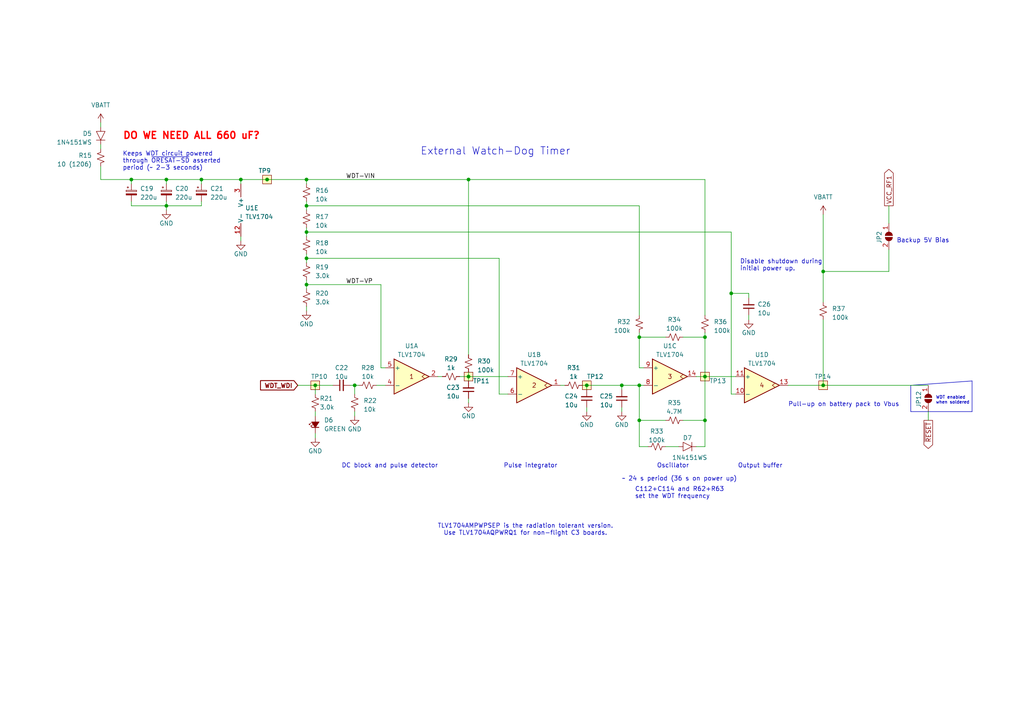
<source format=kicad_sch>
(kicad_sch (version 20231120) (generator "eeschema") (generator_version "8.0")
  (paper "A4")
  (lib_symbols
    (symbol "Device:C_Polarized_Small" (pin_numbers hide) (pin_names (offset 0.254) hide)
      (property "Reference" "C" (at 0.254 1.778 0))
      (property "Value" "C_Polarized_Small" (at 0.254 -2.032 0))
      (symbol "C_Polarized_Small_0_1"
        (rectangle (start -1.524 -0.3048) (end 1.524 -0.6858) (fill (type outline)))
        (rectangle (start -1.524 0.6858) (end 1.524 0.3048))
        (polyline (pts (xy -1.27 1.524) (xy -0.762 1.524)))
        (polyline (pts (xy -1.016 1.27) (xy -1.016 1.778)))
      )
      (symbol "C_Polarized_Small_1_1"
        (pin passive line (at 0 2.54 270) (length 1.8542) (name "~") (number "1"))
        (pin passive line (at 0 -2.54 90) (length 1.8542) (name "~") (number "2"))
      )
    )
    (symbol "Device:C_Small" (pin_numbers hide) (pin_names (offset 0.254) hide)
      (property "Reference" "C" (at 0.254 1.778 0))
      (property "Value" "C_Small" (at 0.254 -2.032 0))
      (symbol "C_Small_0_1"
        (polyline (pts (xy -1.524 -0.508) (xy 1.524 -0.508)) (stroke (width 0.3302)))
        (polyline (pts (xy -1.524 0.508) (xy 1.524 0.508)) (stroke (width 0.3048)))
      )
      (symbol "C_Small_1_1"
        (pin passive line (at 0 2.54 270) (length 2.032) (name "~") (number "1"))
        (pin passive line (at 0 -2.54 90) (length 2.032) (name "~") (number "2"))
      )
    )
    (symbol "Device:LED_Small_Filled" (pin_numbers hide) (pin_names (offset 0.254) hide)
      (property "Reference" "D" (at -1.27 3.175 0))
      (property "Value" "LED_Small_Filled" (at -4.445 -2.54 0))
      (symbol "LED_Small_Filled_0_1"
        (polyline (pts (xy -0.762 -1.016) (xy -0.762 1.016)) (stroke (width 0.254)))
        (polyline (pts (xy 1.016 0) (xy -0.762 0)))
        (polyline (pts (xy 0.762 -1.016) (xy -0.762 0) (xy 0.762 1.016) (xy 0.762 -1.016)) (stroke (width 0.254)) (fill (type outline)))
        (polyline (pts (xy 0 0.762) (xy -0.508 1.27) (xy -0.254 1.27) (xy -0.508 1.27) (xy -0.508 1.016)))
        (polyline (pts (xy 0.508 1.27) (xy 0 1.778) (xy 0.254 1.778) (xy 0 1.778) (xy 0 1.524)))
      )
      (symbol "LED_Small_Filled_1_1"
        (pin passive line (at -2.54 0 0) (length 1.778) (name "K") (number "1"))
        (pin passive line (at 2.54 0 180) (length 1.778) (name "A") (number "2"))
      )
    )
    (symbol "Device:R_Small_US" (pin_numbers hide) (pin_names (offset 0.254) hide)
      (property "Reference" "R" (at 0.762 0.508 0))
      (property "Value" "R_Small_US" (at 0.762 -1.016 0))
      (symbol "R_Small_US_1_1"
        (polyline (pts (xy 0 0) (xy 1.016 -0.381) (xy 0 -0.762) (xy -1.016 -1.143) (xy 0 -1.524)))
        (polyline (pts (xy 0 1.524) (xy 1.016 1.143) (xy 0 0.762) (xy -1.016 0.381) (xy 0 0)))
        (pin passive line (at 0 2.54 270) (length 1.016) (name "~") (number "1"))
        (pin passive line (at 0 -2.54 90) (length 1.016) (name "~") (number "2"))
      )
    )
    (symbol "Jumper:SolderJumper_2_Open" (pin_names (offset 0) hide)
      (property "Reference" "JP" (at 0 2.032 0))
      (property "Value" "SolderJumper_2_Open" (at 0 -2.54 0))
      (symbol "SolderJumper_2_Open_0_1"
        (arc (start -0.254 1.016) (mid -1.2656 0) (end -0.254 -1.016))
        (arc (start -0.254 1.016) (mid -1.2656 0) (end -0.254 -1.016) (fill (type outline)))
        (polyline (pts (xy -0.254 1.016) (xy -0.254 -1.016)))
        (polyline (pts (xy 0.254 1.016) (xy 0.254 -1.016)))
        (arc (start 0.254 -1.016) (mid 1.2656 0) (end 0.254 1.016))
        (arc (start 0.254 -1.016) (mid 1.2656 0) (end 0.254 1.016) (fill (type outline)))
      )
      (symbol "SolderJumper_2_Open_1_1"
        (pin passive line (at -3.81 0 0) (length 2.54) (name "A") (number "1"))
        (pin passive line (at 3.81 0 180) (length 2.54) (name "B") (number "2"))
      )
    )
    (symbol "TLV1704AIPWR_1" (pin_names (offset 0.127))
      (property "Reference" "U" (at 0 5.08 0))
      (property "Value" "TLV1704AIPWR" (at 0 -5.08 0))
      (symbol "TLV1704AIPWR_1_1_1"
        (polyline (pts (xy 3.048 0) (xy 3.81 -0.635)))
        (polyline (pts (xy 3.81 0.635) (xy 3.048 0)))
        (polyline (pts (xy -5.08 5.08) (xy 5.08 0) (xy -5.08 -5.08) (xy -5.08 5.08)) (stroke (width 0.254)) (fill (type background)))
        (text "1" (at 0 0 0) (effects (font (size 1.27 1.27))))
        (pin open_collector line (at 7.62 0 180) (length 2.54) (name "~") (number "2"))
        (pin input line (at -7.62 -2.54 0) (length 2.54) (name "-") (number "4"))
        (pin input line (at -7.62 2.54 0) (length 2.54) (name "+") (number "5"))
      )
      (symbol "TLV1704AIPWR_1_2_1"
        (polyline (pts (xy 3.048 0) (xy 3.81 -0.635)))
        (polyline (pts (xy 3.81 0.635) (xy 3.048 0)))
        (polyline (pts (xy -5.08 5.08) (xy 5.08 0) (xy -5.08 -5.08) (xy -5.08 5.08)) (stroke (width 0.254)) (fill (type background)))
        (text "2" (at 0 0 0) (effects (font (size 1.27 1.27))))
        (pin open_collector line (at 7.62 0 180) (length 2.54) (name "~") (number "1"))
        (pin input line (at -7.62 -2.54 0) (length 2.54) (name "-") (number "6"))
        (pin input line (at -7.62 2.54 0) (length 2.54) (name "+") (number "7"))
      )
      (symbol "TLV1704AIPWR_1_3_1"
        (polyline (pts (xy 3.048 0) (xy 3.81 -0.635)))
        (polyline (pts (xy 3.81 0.635) (xy 3.048 0)))
        (polyline (pts (xy -5.08 5.08) (xy 5.08 0) (xy -5.08 -5.08) (xy -5.08 5.08)) (stroke (width 0.254)) (fill (type background)))
        (text "3" (at 0 0 0) (effects (font (size 1.27 1.27))))
        (pin open_collector line (at 7.62 0 180) (length 2.54) (name "~") (number "14"))
        (pin input line (at -7.62 -2.54 0) (length 2.54) (name "-") (number "8"))
        (pin input line (at -7.62 2.54 0) (length 2.54) (name "+") (number "9"))
      )
      (symbol "TLV1704AIPWR_1_4_1"
        (polyline (pts (xy 3.048 0) (xy 3.81 -0.635)))
        (polyline (pts (xy 3.81 0.635) (xy 3.048 0)))
        (polyline (pts (xy -5.08 5.08) (xy 5.08 0) (xy -5.08 -5.08) (xy -5.08 5.08)) (stroke (width 0.254)) (fill (type background)))
        (text "4" (at 0 0 0) (effects (font (size 1.27 1.27))))
        (pin input line (at -7.62 -2.54 0) (length 2.54) (name "-") (number "10"))
        (pin input line (at -7.62 2.54 0) (length 2.54) (name "+") (number "11"))
        (pin open_collector line (at 7.62 0 180) (length 2.54) (name "~") (number "13"))
      )
      (symbol "TLV1704AIPWR_1_5_1"
        (pin power_in line (at -2.54 -7.62 90) (length 3.81) (name "V-") (number "12"))
        (pin power_in line (at -2.54 7.62 270) (length 3.81) (name "V+") (number "3"))
      )
    )
    (symbol "TLV1704AIPWR_2" (pin_names (offset 0.127))
      (property "Reference" "U" (at 0 5.08 0))
      (property "Value" "TLV1704AIPWR" (at 0 -5.08 0))
      (symbol "TLV1704AIPWR_2_1_1"
        (polyline (pts (xy 3.048 0) (xy 3.81 -0.635)))
        (polyline (pts (xy 3.81 0.635) (xy 3.048 0)))
        (polyline (pts (xy -5.08 5.08) (xy 5.08 0) (xy -5.08 -5.08) (xy -5.08 5.08)) (stroke (width 0.254)) (fill (type background)))
        (text "1" (at 0 0 0) (effects (font (size 1.27 1.27))))
        (pin open_collector line (at 7.62 0 180) (length 2.54) (name "~") (number "2"))
        (pin input line (at -7.62 -2.54 0) (length 2.54) (name "-") (number "4"))
        (pin input line (at -7.62 2.54 0) (length 2.54) (name "+") (number "5"))
      )
      (symbol "TLV1704AIPWR_2_2_1"
        (polyline (pts (xy 3.048 0) (xy 3.81 -0.635)))
        (polyline (pts (xy 3.81 0.635) (xy 3.048 0)))
        (polyline (pts (xy -5.08 5.08) (xy 5.08 0) (xy -5.08 -5.08) (xy -5.08 5.08)) (stroke (width 0.254)) (fill (type background)))
        (text "2" (at 0 0 0) (effects (font (size 1.27 1.27))))
        (pin open_collector line (at 7.62 0 180) (length 2.54) (name "~") (number "1"))
        (pin input line (at -7.62 -2.54 0) (length 2.54) (name "-") (number "6"))
        (pin input line (at -7.62 2.54 0) (length 2.54) (name "+") (number "7"))
      )
      (symbol "TLV1704AIPWR_2_3_1"
        (polyline (pts (xy 3.048 0) (xy 3.81 -0.635)))
        (polyline (pts (xy 3.81 0.635) (xy 3.048 0)))
        (polyline (pts (xy -5.08 5.08) (xy 5.08 0) (xy -5.08 -5.08) (xy -5.08 5.08)) (stroke (width 0.254)) (fill (type background)))
        (text "3" (at 0 0 0) (effects (font (size 1.27 1.27))))
        (pin open_collector line (at 7.62 0 180) (length 2.54) (name "~") (number "14"))
        (pin input line (at -7.62 -2.54 0) (length 2.54) (name "-") (number "8"))
        (pin input line (at -7.62 2.54 0) (length 2.54) (name "+") (number "9"))
      )
      (symbol "TLV1704AIPWR_2_4_1"
        (polyline (pts (xy 3.048 0) (xy 3.81 -0.635)))
        (polyline (pts (xy 3.81 0.635) (xy 3.048 0)))
        (polyline (pts (xy -5.08 5.08) (xy 5.08 0) (xy -5.08 -5.08) (xy -5.08 5.08)) (stroke (width 0.254)) (fill (type background)))
        (text "4" (at 0 0 0) (effects (font (size 1.27 1.27))))
        (pin input line (at -7.62 -2.54 0) (length 2.54) (name "-") (number "10"))
        (pin input line (at -7.62 2.54 0) (length 2.54) (name "+") (number "11"))
        (pin open_collector line (at 7.62 0 180) (length 2.54) (name "~") (number "13"))
      )
      (symbol "TLV1704AIPWR_2_5_1"
        (pin power_in line (at -2.54 -7.62 90) (length 3.81) (name "V-") (number "12"))
        (pin power_in line (at -2.54 7.62 270) (length 3.81) (name "V+") (number "3"))
      )
    )
    (symbol "TLV1704AIPWR_3" (pin_names (offset 0.127))
      (property "Reference" "U" (at 0 5.08 0))
      (property "Value" "TLV1704AIPWR" (at 0 -5.08 0))
      (symbol "TLV1704AIPWR_3_1_1"
        (polyline (pts (xy 3.048 0) (xy 3.81 -0.635)))
        (polyline (pts (xy 3.81 0.635) (xy 3.048 0)))
        (polyline (pts (xy -5.08 5.08) (xy 5.08 0) (xy -5.08 -5.08) (xy -5.08 5.08)) (stroke (width 0.254)) (fill (type background)))
        (text "1" (at 0 0 0) (effects (font (size 1.27 1.27))))
        (pin open_collector line (at 7.62 0 180) (length 2.54) (name "~") (number "2"))
        (pin input line (at -7.62 -2.54 0) (length 2.54) (name "-") (number "4"))
        (pin input line (at -7.62 2.54 0) (length 2.54) (name "+") (number "5"))
      )
      (symbol "TLV1704AIPWR_3_2_1"
        (polyline (pts (xy 3.048 0) (xy 3.81 -0.635)))
        (polyline (pts (xy 3.81 0.635) (xy 3.048 0)))
        (polyline (pts (xy -5.08 5.08) (xy 5.08 0) (xy -5.08 -5.08) (xy -5.08 5.08)) (stroke (width 0.254)) (fill (type background)))
        (text "2" (at 0 0 0) (effects (font (size 1.27 1.27))))
        (pin open_collector line (at 7.62 0 180) (length 2.54) (name "~") (number "1"))
        (pin input line (at -7.62 -2.54 0) (length 2.54) (name "-") (number "6"))
        (pin input line (at -7.62 2.54 0) (length 2.54) (name "+") (number "7"))
      )
      (symbol "TLV1704AIPWR_3_3_1"
        (polyline (pts (xy 3.048 0) (xy 3.81 -0.635)))
        (polyline (pts (xy 3.81 0.635) (xy 3.048 0)))
        (polyline (pts (xy -5.08 5.08) (xy 5.08 0) (xy -5.08 -5.08) (xy -5.08 5.08)) (stroke (width 0.254)) (fill (type background)))
        (text "3" (at 0 0 0) (effects (font (size 1.27 1.27))))
        (pin open_collector line (at 7.62 0 180) (length 2.54) (name "~") (number "14"))
        (pin input line (at -7.62 -2.54 0) (length 2.54) (name "-") (number "8"))
        (pin input line (at -7.62 2.54 0) (length 2.54) (name "+") (number "9"))
      )
      (symbol "TLV1704AIPWR_3_4_1"
        (polyline (pts (xy 3.048 0) (xy 3.81 -0.635)))
        (polyline (pts (xy 3.81 0.635) (xy 3.048 0)))
        (polyline (pts (xy -5.08 5.08) (xy 5.08 0) (xy -5.08 -5.08) (xy -5.08 5.08)) (stroke (width 0.254)) (fill (type background)))
        (text "4" (at 0 0 0) (effects (font (size 1.27 1.27))))
        (pin input line (at -7.62 -2.54 0) (length 2.54) (name "-") (number "10"))
        (pin input line (at -7.62 2.54 0) (length 2.54) (name "+") (number "11"))
        (pin open_collector line (at 7.62 0 180) (length 2.54) (name "~") (number "13"))
      )
      (symbol "TLV1704AIPWR_3_5_1"
        (pin power_in line (at -2.54 -7.62 90) (length 3.81) (name "V-") (number "12"))
        (pin power_in line (at -2.54 7.62 270) (length 3.81) (name "V+") (number "3"))
      )
    )
    (symbol "TLV1704AIPWR_4" (pin_names (offset 0.127))
      (property "Reference" "U" (at 0 5.08 0))
      (property "Value" "TLV1704AIPWR" (at 0 -5.08 0))
      (symbol "TLV1704AIPWR_4_1_1"
        (polyline (pts (xy 3.048 0) (xy 3.81 -0.635)))
        (polyline (pts (xy 3.81 0.635) (xy 3.048 0)))
        (polyline (pts (xy -5.08 5.08) (xy 5.08 0) (xy -5.08 -5.08) (xy -5.08 5.08)) (stroke (width 0.254)) (fill (type background)))
        (text "1" (at 0 0 0) (effects (font (size 1.27 1.27))))
        (pin open_collector line (at 7.62 0 180) (length 2.54) (name "~") (number "2"))
        (pin input line (at -7.62 -2.54 0) (length 2.54) (name "-") (number "4"))
        (pin input line (at -7.62 2.54 0) (length 2.54) (name "+") (number "5"))
      )
      (symbol "TLV1704AIPWR_4_2_1"
        (polyline (pts (xy 3.048 0) (xy 3.81 -0.635)))
        (polyline (pts (xy 3.81 0.635) (xy 3.048 0)))
        (polyline (pts (xy -5.08 5.08) (xy 5.08 0) (xy -5.08 -5.08) (xy -5.08 5.08)) (stroke (width 0.254)) (fill (type background)))
        (text "2" (at 0 0 0) (effects (font (size 1.27 1.27))))
        (pin open_collector line (at 7.62 0 180) (length 2.54) (name "~") (number "1"))
        (pin input line (at -7.62 -2.54 0) (length 2.54) (name "-") (number "6"))
        (pin input line (at -7.62 2.54 0) (length 2.54) (name "+") (number "7"))
      )
      (symbol "TLV1704AIPWR_4_3_1"
        (polyline (pts (xy 3.048 0) (xy 3.81 -0.635)))
        (polyline (pts (xy 3.81 0.635) (xy 3.048 0)))
        (polyline (pts (xy -5.08 5.08) (xy 5.08 0) (xy -5.08 -5.08) (xy -5.08 5.08)) (stroke (width 0.254)) (fill (type background)))
        (text "3" (at 0 0 0) (effects (font (size 1.27 1.27))))
        (pin open_collector line (at 7.62 0 180) (length 2.54) (name "~") (number "14"))
        (pin input line (at -7.62 -2.54 0) (length 2.54) (name "-") (number "8"))
        (pin input line (at -7.62 2.54 0) (length 2.54) (name "+") (number "9"))
      )
      (symbol "TLV1704AIPWR_4_4_1"
        (polyline (pts (xy 3.048 0) (xy 3.81 -0.635)))
        (polyline (pts (xy 3.81 0.635) (xy 3.048 0)))
        (polyline (pts (xy -5.08 5.08) (xy 5.08 0) (xy -5.08 -5.08) (xy -5.08 5.08)) (stroke (width 0.254)) (fill (type background)))
        (text "4" (at 0 0 0) (effects (font (size 1.27 1.27))))
        (pin input line (at -7.62 -2.54 0) (length 2.54) (name "-") (number "10"))
        (pin input line (at -7.62 2.54 0) (length 2.54) (name "+") (number "11"))
        (pin open_collector line (at 7.62 0 180) (length 2.54) (name "~") (number "13"))
      )
      (symbol "TLV1704AIPWR_4_5_1"
        (pin power_in line (at -2.54 -7.62 90) (length 3.81) (name "V-") (number "12"))
        (pin power_in line (at -2.54 7.62 270) (length 3.81) (name "V+") (number "3"))
      )
    )
    (symbol "oresat-diodes:1N4151WS-HE3" (pin_numbers hide) (pin_names (offset 0) hide)
      (property "Reference" "D" (at 0 2.54 0))
      (property "Value" "1N4151WS" (at 0 -2.54 0))
      (symbol "1N4151WS-HE3_0_1"
        (polyline (pts (xy 1.27 0) (xy 1.27 1.27) (xy 1.27 -1.27) (xy 1.27 0) (xy -1.27 1.27) (xy -1.27 -1.27) (xy 1.27 0)))
      )
      (symbol "1N4151WS-HE3_1_1"
        (pin passive line (at 2.54 0 180) (length 1.27) (name "1") (number "1"))
        (pin passive line (at -2.54 0 0) (length 1.27) (name "2") (number "2"))
      )
    )
    (symbol "oresat-ics:TLV1704AIPWR" (pin_names (offset 0.127))
      (property "Reference" "U" (at 0 5.08 0))
      (property "Value" "TLV1704AIPWR" (at 0 -5.08 0))
      (symbol "TLV1704AIPWR_1_1"
        (polyline (pts (xy 3.048 0) (xy 3.81 -0.635)))
        (polyline (pts (xy 3.81 0.635) (xy 3.048 0)))
        (polyline (pts (xy -5.08 5.08) (xy 5.08 0) (xy -5.08 -5.08) (xy -5.08 5.08)) (stroke (width 0.254)) (fill (type background)))
        (text "1" (at 0 0 0) (effects (font (size 1.27 1.27))))
        (pin open_collector line (at 7.62 0 180) (length 2.54) (name "~") (number "2"))
        (pin input line (at -7.62 -2.54 0) (length 2.54) (name "-") (number "4"))
        (pin input line (at -7.62 2.54 0) (length 2.54) (name "+") (number "5"))
      )
      (symbol "TLV1704AIPWR_2_1"
        (polyline (pts (xy 3.048 0) (xy 3.81 -0.635)))
        (polyline (pts (xy 3.81 0.635) (xy 3.048 0)))
        (polyline (pts (xy -5.08 5.08) (xy 5.08 0) (xy -5.08 -5.08) (xy -5.08 5.08)) (stroke (width 0.254)) (fill (type background)))
        (text "2" (at 0 0 0) (effects (font (size 1.27 1.27))))
        (pin open_collector line (at 7.62 0 180) (length 2.54) (name "~") (number "1"))
        (pin input line (at -7.62 -2.54 0) (length 2.54) (name "-") (number "6"))
        (pin input line (at -7.62 2.54 0) (length 2.54) (name "+") (number "7"))
      )
      (symbol "TLV1704AIPWR_3_1"
        (polyline (pts (xy 3.048 0) (xy 3.81 -0.635)))
        (polyline (pts (xy 3.81 0.635) (xy 3.048 0)))
        (polyline (pts (xy -5.08 5.08) (xy 5.08 0) (xy -5.08 -5.08) (xy -5.08 5.08)) (stroke (width 0.254)) (fill (type background)))
        (text "3" (at 0 0 0) (effects (font (size 1.27 1.27))))
        (pin open_collector line (at 7.62 0 180) (length 2.54) (name "~") (number "14"))
        (pin input line (at -7.62 -2.54 0) (length 2.54) (name "-") (number "8"))
        (pin input line (at -7.62 2.54 0) (length 2.54) (name "+") (number "9"))
      )
      (symbol "TLV1704AIPWR_4_1"
        (polyline (pts (xy 3.048 0) (xy 3.81 -0.635)))
        (polyline (pts (xy 3.81 0.635) (xy 3.048 0)))
        (polyline (pts (xy -5.08 5.08) (xy 5.08 0) (xy -5.08 -5.08) (xy -5.08 5.08)) (stroke (width 0.254)) (fill (type background)))
        (text "4" (at 0 0 0) (effects (font (size 1.27 1.27))))
        (pin input line (at -7.62 -2.54 0) (length 2.54) (name "-") (number "10"))
        (pin input line (at -7.62 2.54 0) (length 2.54) (name "+") (number "11"))
        (pin open_collector line (at 7.62 0 180) (length 2.54) (name "~") (number "13"))
      )
      (symbol "TLV1704AIPWR_5_1"
        (pin power_in line (at -2.54 -7.62 90) (length 3.81) (name "V-") (number "12"))
        (pin power_in line (at -2.54 7.62 270) (length 3.81) (name "V+") (number "3"))
      )
    )
    (symbol "oresat-misc:Test-Point-0.75mm-th" (exclude_from_sim yes) (in_bom no)
      (property "Reference" "TP" (at 0 2.54 0))
      (symbol "Test-Point-0.75mm-th_1_0"
        (pin passive line (at 0 0 0) (length 0) (name "1") (number "1"))
      )
      (symbol "Test-Point-0.75mm-th_1_1"
        (rectangle (start -1.27 1.27) (end 1.27 -1.27) (fill (type background)))
      )
    )
    (symbol "power:GND" (power) (pin_names (offset 0))
      (property "Value" "GND" (at 0 -3.81 0))
      (symbol "GND_0_1"
        (polyline (pts (xy 0 0) (xy 0 -1.27) (xy 1.27 -1.27) (xy 0 -2.54) (xy -1.27 -1.27) (xy 0 -1.27)))
      )
      (symbol "GND_1_1"
        (pin power_in line (at 0 0 270) (length 0) hide (name "GND") (number "1"))
      )
    )
    (symbol "power:VBUS" (power) (pin_numbers hide) (pin_names (offset 0) hide)
      (property "Value" "VBUS" (at 0 3.556 0))
      (symbol "VBUS_0_1"
        (polyline (pts (xy -0.762 1.27) (xy 0 2.54)))
        (polyline (pts (xy 0 0) (xy 0 2.54)))
        (polyline (pts (xy 0 2.54) (xy 0.762 1.27)))
      )
      (symbol "VBUS_1_1"
        (pin power_in line (at 0 0 90) (length 0) (name "~") (number "1"))
      )
    )
  )
  (junction (at 185.42 121.92))
  (junction (at 88.9 74.93))
  (junction (at 69.85 52.07))
  (junction (at 204.47 121.92))
  (junction (at 102.87 111.76))
  (junction (at 88.9 67.31))
  (junction (at 212.09 85.09))
  (junction (at 58.42 52.07))
  (junction (at 204.47 109.22))
  (junction (at 77.47 52.07))
  (junction (at 238.76 111.76))
  (junction (at 88.9 59.69))
  (junction (at 48.26 59.69))
  (junction (at 88.9 82.55))
  (junction (at 180.34 111.76))
  (junction (at 185.42 111.76))
  (junction (at 135.89 109.22))
  (junction (at 185.42 97.79))
  (junction (at 91.44 111.76))
  (junction (at 170.18 111.76))
  (junction (at 88.9 52.07))
  (junction (at 38.1 52.07))
  (junction (at 204.47 97.79))
  (junction (at 135.89 52.07))
  (junction (at 48.26 52.07))
  (junction (at 238.76 78.74))
  (wire (pts (xy 204.47 121.92) (xy 204.47 109.22)))
  (wire (pts (xy 58.42 58.42) (xy 58.42 59.69)))
  (wire (pts (xy 69.85 53.34) (xy 69.85 52.07)))
  (wire (pts (xy 109.22 111.76) (xy 111.76 111.76)))
  (wire (pts (xy 185.42 129.54) (xy 187.96 129.54)))
  (wire (pts (xy 48.26 59.69) (xy 58.42 59.69)))
  (wire (pts (xy 88.9 74.93) (xy 88.9 76.2)))
  (wire (pts (xy 193.04 121.92) (xy 185.42 121.92)))
  (wire (pts (xy 257.81 59.69) (xy 257.81 64.77)))
  (wire (pts (xy 238.76 78.74) (xy 238.76 87.63)))
  (wire (pts (xy 135.89 109.22) (xy 135.89 110.49)))
  (wire (pts (xy 91.44 119.38) (xy 91.44 120.65)))
  (wire (pts (xy 201.93 109.22) (xy 204.47 109.22)))
  (wire (pts (xy 88.9 74.93) (xy 144.78 74.93)))
  (wire (pts (xy 135.89 116.84) (xy 135.89 115.57)))
  (wire (pts (xy 185.42 91.44) (xy 185.42 59.69)))
  (wire (pts (xy 170.18 119.38) (xy 170.18 118.11)))
  (wire (pts (xy 204.47 129.54) (xy 204.47 121.92)))
  (wire (pts (xy 110.49 82.55) (xy 110.49 106.68)))
  (wire (pts (xy 185.42 129.54) (xy 185.42 121.92)))
  (wire (pts (xy 91.44 111.76) (xy 96.52 111.76)))
  (wire (pts (xy 110.49 106.68) (xy 111.76 106.68)))
  (wire (pts (xy 170.18 111.76) (xy 170.18 113.03)))
  (wire (pts (xy 101.6 111.76) (xy 102.87 111.76)))
  (wire (pts (xy 88.9 88.9) (xy 88.9 90.17)))
  (wire (pts (xy 269.24 119.38) (xy 269.24 121.92)))
  (wire (pts (xy 238.76 62.23) (xy 238.76 78.74)))
  (wire (pts (xy 29.21 48.26) (xy 29.21 52.07)))
  (wire (pts (xy 102.87 111.76) (xy 102.87 114.3)))
  (wire (pts (xy 135.89 109.22) (xy 147.32 109.22)))
  (wire (pts (xy 144.78 114.3) (xy 147.32 114.3)))
  (wire (pts (xy 185.42 97.79) (xy 193.04 97.79)))
  (wire (pts (xy 77.47 52.07) (xy 88.9 52.07)))
  (wire (pts (xy 48.26 59.69) (xy 38.1 59.69)))
  (wire (pts (xy 238.76 92.71) (xy 238.76 111.76)))
  (wire (pts (xy 48.26 59.69) (xy 48.26 60.96)))
  (wire (pts (xy 204.47 91.44) (xy 204.47 52.07)))
  (wire (pts (xy 38.1 52.07) (xy 48.26 52.07)))
  (wire (pts (xy 127 109.22) (xy 128.27 109.22)))
  (wire (pts (xy 88.9 82.55) (xy 88.9 83.82)))
  (wire (pts (xy 58.42 52.07) (xy 69.85 52.07)))
  (wire (pts (xy 185.42 96.52) (xy 185.42 97.79)))
  (wire (pts (xy 135.89 109.22) (xy 135.89 107.95)))
  (wire (pts (xy 212.09 85.09) (xy 217.17 85.09)))
  (wire (pts (xy 86.36 111.76) (xy 91.44 111.76)))
  (wire (pts (xy 257.81 78.74) (xy 238.76 78.74)))
  (wire (pts (xy 29.21 52.07) (xy 38.1 52.07)))
  (wire (pts (xy 212.09 114.3) (xy 213.36 114.3)))
  (wire (pts (xy 144.78 74.93) (xy 144.78 114.3)))
  (polyline (pts (xy 264.16 119.38) (xy 264.16 111.76)))
  (wire (pts (xy 180.34 113.03) (xy 180.34 111.76)))
  (wire (pts (xy 135.89 52.07) (xy 135.89 102.87)))
  (polyline (pts (xy 281.94 119.38) (xy 264.16 119.38)))
  (wire (pts (xy 48.26 52.07) (xy 48.26 53.34)))
  (wire (pts (xy 162.56 111.76) (xy 163.83 111.76)))
  (wire (pts (xy 193.04 129.54) (xy 196.85 129.54)))
  (wire (pts (xy 135.89 52.07) (xy 204.47 52.07)))
  (polyline (pts (xy 281.94 110.49) (xy 281.94 119.38)))
  (wire (pts (xy 186.69 106.68) (xy 185.42 106.68)))
  (wire (pts (xy 212.09 67.31) (xy 212.09 85.09)))
  (wire (pts (xy 88.9 67.31) (xy 88.9 68.58)))
  (wire (pts (xy 38.1 52.07) (xy 38.1 53.34)))
  (wire (pts (xy 48.26 52.07) (xy 58.42 52.07)))
  (wire (pts (xy 58.42 53.34) (xy 58.42 52.07)))
  (wire (pts (xy 88.9 59.69) (xy 88.9 60.96)))
  (wire (pts (xy 170.18 111.76) (xy 180.34 111.76)))
  (wire (pts (xy 180.34 119.38) (xy 180.34 118.11)))
  (wire (pts (xy 198.12 121.92) (xy 204.47 121.92)))
  (wire (pts (xy 88.9 82.55) (xy 110.49 82.55)))
  (wire (pts (xy 29.21 35.56) (xy 29.21 36.83)))
  (wire (pts (xy 69.85 69.85) (xy 69.85 68.58)))
  (wire (pts (xy 185.42 106.68) (xy 185.42 97.79)))
  (wire (pts (xy 88.9 59.69) (xy 185.42 59.69)))
  (wire (pts (xy 88.9 73.66) (xy 88.9 74.93)))
  (wire (pts (xy 88.9 66.04) (xy 88.9 67.31)))
  (wire (pts (xy 185.42 111.76) (xy 186.69 111.76)))
  (wire (pts (xy 204.47 96.52) (xy 204.47 97.79)))
  (wire (pts (xy 198.12 97.79) (xy 204.47 97.79)))
  (wire (pts (xy 257.81 72.39) (xy 257.81 78.74)))
  (wire (pts (xy 38.1 58.42) (xy 38.1 59.69)))
  (wire (pts (xy 201.93 129.54) (xy 204.47 129.54)))
  (wire (pts (xy 91.44 114.3) (xy 91.44 111.76)))
  (wire (pts (xy 88.9 53.34) (xy 88.9 52.07)))
  (wire (pts (xy 217.17 86.36) (xy 217.17 85.09)))
  (wire (pts (xy 88.9 81.28) (xy 88.9 82.55)))
  (wire (pts (xy 212.09 85.09) (xy 212.09 114.3)))
  (wire (pts (xy 133.35 109.22) (xy 135.89 109.22)))
  (wire (pts (xy 180.34 111.76) (xy 185.42 111.76)))
  (wire (pts (xy 168.91 111.76) (xy 170.18 111.76)))
  (wire (pts (xy 88.9 58.42) (xy 88.9 59.69)))
  (wire (pts (xy 217.17 92.71) (xy 217.17 91.44)))
  (wire (pts (xy 102.87 111.76) (xy 104.14 111.76)))
  (wire (pts (xy 29.21 41.91) (xy 29.21 43.18)))
  (wire (pts (xy 238.76 111.76) (xy 269.24 111.76)))
  (wire (pts (xy 48.26 58.42) (xy 48.26 59.69)))
  (wire (pts (xy 135.89 52.07) (xy 88.9 52.07)))
  (wire (pts (xy 204.47 109.22) (xy 213.36 109.22)))
  (wire (pts (xy 204.47 97.79) (xy 204.47 109.22)))
  (wire (pts (xy 228.6 111.76) (xy 238.76 111.76)))
  (wire (pts (xy 102.87 119.38) (xy 102.87 120.65)))
  (wire (pts (xy 185.42 121.92) (xy 185.42 111.76)))
  (wire (pts (xy 69.85 52.07) (xy 77.47 52.07)))
  (wire (pts (xy 91.44 127) (xy 91.44 125.73)))
  (polyline (pts (xy 264.16 111.76) (xy 281.94 110.49)))
  (wire (pts (xy 88.9 67.31) (xy 212.09 67.31)))
  (text "Pulse integrator" (at 146.05 135.89 0) (effects (font (size 1.27 1.27)) (justify left bottom)))
  (text "~ 24 s period (36 s on power up)" (at 180.34 139.7 0) (effects (font (size 1.27 1.27)) (justify left bottom)))
  (text "DC block and pulse detector" (at 99.06 135.89 0) (effects (font (size 1.27 1.27)) (justify left bottom)))
  (text "TLV1704AMPWPSEP is the radiation tolerant version.\nUse TLV1704AQPWRQ1 for non-flight C3 boards." (at 152.4 153.67 0) (effects (font (size 1.27 1.27))))
  (text "Oscillator" (at 190.5 135.89 0) (effects (font (size 1.27 1.27)) (justify left bottom)))
  (text "Keeps WDT circuit powered\nthrough ~{ORESAT-SD} asserted\nperiod (~ 2-3 seconds)" (at 35.56 49.53 0) (effects (font (size 1.27 1.27)) (justify left bottom)))
  (text "WDT enabled\nwhen soldered" (at 271.399 117.348 0) (effects (font (size 0.889 0.889)) (justify left bottom)))
  (text "DO WE NEED ALL 660 uF?" (at 35.56 40.64 0) (effects (font (size 2 2) (thickness 0.4) (bold yes)) (justify left bottom)))
  (text "Disable shutdown during\ninitial power up." (at 214.63 78.74 0) (effects (font (size 1.27 1.27)) (justify left bottom)))
  (text "Backup 5V Bias" (at 267.716 69.85 0) (effects (font (size 1.27 1.27))))
  (text "External Watch-Dog Timer" (at 121.92 45.212 0) (effects (font (size 2.159 2.159)) (justify left bottom)))
  (text "Pull-up on battery pack to Vbus" (at 228.6 118.11 0) (effects (font (size 1.27 1.27)) (justify left bottom)))
  (text "C112+C114 and R62+R63 \nset the WDT frequency" (at 184.15 144.78 0) (effects (font (size 1.27 1.27)) (justify left bottom)))
  (text "Output buffer" (at 213.995 135.89 0) (effects (font (size 1.27 1.27)) (justify left bottom)))
  (label "WDT-VIN" (at 100.33 52.07 0))
  (label "WDT-VP" (at 100.33 82.55 0))
  (global_label "VCC_RF1" (shape output) (at 257.81 59.69 90) (property "Intersheetrefs" "${INTERSHEET_REFS}" (effects (hide yes))))
  (global_label "~{RESET}" (shape output) (at 269.24 121.92 270) (property "Intersheetrefs" "${INTERSHEET_REFS}" (effects (hide yes))))
  (global_label "WDT_WDI" (shape input) (at 86.36 111.76 180) (effects (font (thickness 0.254) (bold yes))) (property "Intersheetrefs" "${INTERSHEET_REFS}" (effects (hide yes))))
  (symbol (lib_id "oresat-diodes:1N4151WS-HE3") (at 199.39 129.54 0) (unit 1)
    (property "Reference" "D7" (at 199.39 127 0))
    (property "Value" "1N4151WS" (at 200.025 132.715 0))
    (property "Footprint" "Diode_SMD:D_SOD-323" (effects (hide yes)))
    (property "Datasheet" "https://www.vishay.com/docs/85847/1n4151ws.pdf" (effects (hide yes)))
    (property "Description" "Diode Standard 50V 150mA Surface Mount SOD-323" (effects (hide yes)))
    (property "DPN" "112-1N4151WS-E3-08CT-ND" (effects (hide yes)))
    (property "DST" "Digi-Key" (effects (hide yes)))
    (property "MFR" "Vishay" (effects (hide yes)))
    (property "MPN" "1N4151WS-E3-08" (effects (hide yes)))
  )
  (symbol (lib_id "Device:R_Small_US") (at 88.9 71.12 0) (unit 1)
    (property "Reference" "R18" (at 91.44 70.485 0) (effects (justify left)))
    (property "Value" "10k" (at 91.44 73.025 0) (effects (justify left)))
    (property "Footprint" "Resistor_SMD:R_0603_1608Metric" (effects (hide yes)))
    (property "Description" "10 kOhms ±1% 0.1W, 1/10W Chip Resistor 0603 (1608 Metric) Automotive AEC-Q200 Thick Film" (effects (hide yes)))
    (property "DPN" "RMCF0603FT10K0CT-ND" (effects (hide yes)))
    (property "DST" "Digi-Key" (effects (hide yes)))
    (property "MFR" "Stackpole Electronics Inc" (effects (hide yes)))
    (property "MPN" "RMCF0603FT10K0" (effects (hide yes)))
  )
  (symbol (lib_id "power:GND") (at 48.26 60.96 0) (unit 1)
    (property "Reference" "#PWR081" (effects (hide yes)))
    (property "Value" "GND" (at 48.26 64.77 0))
    (property "Description" "Power symbol creates a global label with name \"GND\" , ground" (effects (hide yes)))
  )
  (symbol (lib_id "oresat-misc:Test-Point-0.75mm-th") (at 77.47 52.07 0) (unit 1) (exclude_from_sim yes) (in_bom no)
    (property "Reference" "TP9" (at 74.93 49.53 0) (effects (justify left)))
    (property "Value" "TestPoint-MinTH" (effects (hide yes)))
    (property "Footprint" "oresat-misc:TestPoint-0.75mm-th" (effects (hide yes)))
    (property "Description" "0.75 mm TH test point; good for scope probes and jumpers" (effects (hide yes)))
  )
  (symbol (lib_id "oresat-misc:Test-Point-0.75mm-th") (at 91.44 111.76 0) (unit 1) (exclude_from_sim yes) (in_bom no)
    (property "Reference" "TP10" (at 90.17 109.22 0) (effects (justify left)))
    (property "Value" "TestPoint-MinTH" (effects (hide yes)))
    (property "Footprint" "oresat-misc:TestPoint-0.75mm-th" (effects (hide yes)))
    (property "Description" "0.75 mm TH test point; good for scope probes and jumpers" (effects (hide yes)))
  )
  (symbol (lib_id "power:GND") (at 135.89 116.84 0) (unit 1)
    (property "Reference" "#PWR086" (effects (hide yes)))
    (property "Value" "GND" (at 135.89 120.65 0))
    (property "Description" "Power symbol creates a global label with name \"GND\" , ground" (effects (hide yes)))
  )
  (symbol (lib_id "Device:C_Polarized_Small") (at 58.42 55.88 0) (unit 1)
    (property "Reference" "C21" (at 60.96 54.6989 0) (effects (justify left)))
    (property "Value" "220u" (at 60.96 57.2389 0) (effects (justify left)))
    (property "Footprint" "Capacitor_Tantalum_SMD:CP_EIA-7361-38_AVX-V" (effects (hide yes)))
    (property "Description" "220µF Molded Tantalum Capacitors 16V 2917 (7343 Metric) 100mOhm @ 100kHz" (effects (hide yes)))
    (property "DPN" "478-12518-2-ND" (effects (hide yes)))
    (property "DST" "Digi-Key" (effects (hide yes)))
    (property "MFR" "Kyocera AVX" (effects (hide yes)))
    (property "MPN" "TCN4227M025R0100" (effects (hide yes)))
  )
  (symbol (lib_id "oresat-misc:Test-Point-0.75mm-th") (at 204.47 109.22 0) (unit 1) (exclude_from_sim yes) (in_bom no)
    (property "Reference" "TP13" (at 205.74 110.49 0) (effects (justify left)))
    (property "Value" "TestPoint-MinTH" (effects (hide yes)))
    (property "Footprint" "oresat-misc:TestPoint-0.75mm-th" (effects (hide yes)))
    (property "Description" "0.75 mm TH test point; good for scope probes and jumpers" (effects (hide yes)))
  )
  (symbol (lib_id "Device:R_Small_US") (at 135.89 105.41 0) (unit 1)
    (property "Reference" "R30" (at 138.43 104.775 0) (effects (justify left)))
    (property "Value" "100k" (at 138.43 107.315 0) (effects (justify left)))
    (property "Footprint" "Resistor_SMD:R_0603_1608Metric" (effects (hide yes)))
    (property "Description" "100 kOhms ±5% 0.1W, 1/10W Chip Resistor 0603 (1608 Metric) Automotive AEC-Q200 Thick Film" (effects (hide yes)))
    (property "DPN" "RMCF0603FT100KCT-ND" (effects (hide yes)))
    (property "DST" "Digi-Key" (effects (hide yes)))
    (property "MFR" "Stackpole Electronics Inc" (effects (hide yes)))
    (property "MPN" "RMCF0603FT100K" (effects (hide yes)))
  )
  (symbol (lib_id "Device:C_Small") (at 180.34 115.57 0) (mirror x) (unit 1)
    (property "Reference" "C25" (at 177.8 114.9286 0) (effects (justify right)))
    (property "Value" "10u" (at 177.8 117.4686 0) (effects (justify right)))
    (property "Footprint" "Capacitor_SMD:C_0603_1608Metric" (effects (hide yes)))
    (property "Description" "10 µF ±10% 16V Ceramic Capacitor X5R 0603 (1608 Metric)" (effects (hide yes)))
    (property "DPN" "490-12317-1-ND" (effects (hide yes)))
    (property "DST" "Digi-Key" (effects (hide yes)))
    (property "MFR" "Murata" (effects (hide yes)))
    (property "MPN" "GRT188R61C106KE13D" (effects (hide yes)))
  )
  (symbol (lib_id "Device:C_Small") (at 170.18 115.57 0) (mirror x) (unit 1)
    (property "Reference" "C24" (at 167.64 114.9286 0) (effects (justify right)))
    (property "Value" "10u" (at 167.64 117.4686 0) (effects (justify right)))
    (property "Footprint" "Capacitor_SMD:C_0603_1608Metric" (effects (hide yes)))
    (property "Description" "10 µF ±10% 16V Ceramic Capacitor X5R 0603 (1608 Metric)" (effects (hide yes)))
    (property "DPN" "490-12317-1-ND" (effects (hide yes)))
    (property "DST" "Digi-Key" (effects (hide yes)))
    (property "MFR" "Murata" (effects (hide yes)))
    (property "MPN" "GRT188R61C106KE13D" (effects (hide yes)))
  )
  (symbol (lib_id "Jumper:SolderJumper_2_Open") (at 257.81 68.58 270) (unit 1)
    (property "Reference" "JP2" (at 255.016 68.834 0))
    (property "Value" "SolderJumper_2_Open" (effects (hide yes)))
    (property "Footprint" "Jumper:SolderJumper-2_P1.3mm_Open_RoundedPad1.0x1.5mm" (effects (hide yes)))
  )
  (symbol (lib_id "Device:R_Small_US") (at 29.21 45.72 0) (mirror y) (unit 1)
    (property "Reference" "R15" (at 26.67 45.085 0) (effects (justify left)))
    (property "Value" "10 (1206)" (at 26.67 47.625 0) (effects (justify left)))
    (property "Footprint" "Resistor_SMD:R_1206_3216Metric" (effects (hide yes)))
    (property "Description" "10 Ohms ±1% 0.5W, 1/2W Chip Resistor 1206 (3216 Metric) Automotive AEC-Q200, Pulse Withstanding Thick Film" (effects (hide yes)))
    (property "DPN" "RHM10.0AFCT-ND" (effects (hide yes)))
    (property "DST" "Digi-Key" (effects (hide yes)))
    (property "MFR" "Rohm Semiconductor" (effects (hide yes)))
    (property "MPN" "ESR18EZPF10R0" (effects (hide yes)))
  )
  (symbol (lib_id "Device:R_Small_US") (at 195.58 121.92 270) (unit 1)
    (property "Reference" "R35" (at 195.58 116.84 90))
    (property "Value" "4.7M" (at 195.58 119.38 90))
    (property "Footprint" "Resistor_SMD:R_0603_1608Metric" (effects (hide yes)))
    (property "Description" "4.7 MOhms ±1% 0.1W, 1/10W Chip Resistor 0603 (1608 Metric) Automotive AEC-Q200 Thick Film" (effects (hide yes)))
    (property "DPN" "RMCF0603FT4M70CT-ND" (effects (hide yes)))
    (property "DST" "Digi-Key" (effects (hide yes)))
    (property "MFR" "Stackpole Electronics Inc" (effects (hide yes)))
    (property "MPN" "RMCF0603FT4M70" (effects (hide yes)))
  )
  (symbol (lib_id "oresat-diodes:1N4151WS-HE3") (at 29.21 39.37 90) (mirror x) (unit 1)
    (property "Reference" "D5" (at 26.67 38.735 90) (effects (justify left)))
    (property "Value" "1N4151WS" (at 26.67 41.275 90) (effects (justify left)))
    (property "Footprint" "Diode_SMD:D_SOD-323" (effects (hide yes)))
    (property "Datasheet" "https://www.vishay.com/docs/85847/1n4151ws.pdf" (effects (hide yes)))
    (property "Description" "Diode Standard 50V 150mA Surface Mount SOD-323" (effects (hide yes)))
    (property "DPN" "112-1N4151WS-E3-08CT-ND" (effects (hide yes)))
    (property "DST" "Digi-Key" (effects (hide yes)))
    (property "MFR" "Vishay" (effects (hide yes)))
    (property "MPN" "1N4151WS-E3-08" (effects (hide yes)))
  )
  (symbol (lib_name "TLV1704AIPWR_2") (lib_id "oresat-ics:TLV1704AIPWR") (at 194.31 109.22 0) (unit 3)
    (property "Reference" "U1" (at 194.31 100.33 0))
    (property "Value" "TLV1704" (at 194.31 102.87 0))
    (property "Footprint" "Package_SO:TSSOP-14_4.4x5mm_P0.65mm" (effects (hide yes)))
    (property "Datasheet" "https://www.ti.com/lit/ds/symlink/tlv1704-sep.pdf" (effects (hide yes)))
    (property "Description" "Analog Comparators 2.2-V to 36-V, radiation tolerant microPower quad comparator in space enhanced plastic 14-TSSOP -55 to 125" (effects (hide yes)))
    (property "MFR" "Texas Instruments" (effects (hide yes)))
    (property "MPN" "TLV1704AQPWRQ1" (effects (hide yes)))
    (property "DST" "Digi-Key" (effects (hide yes)))
    (property "DPN" "296-43799-2-ND" (effects (hide yes)))
  )
  (symbol (lib_id "Device:R_Small_US") (at 185.42 93.98 0) (mirror x) (unit 1)
    (property "Reference" "R32" (at 182.88 93.345 0) (effects (justify right)))
    (property "Value" "100k" (at 182.88 95.885 0) (effects (justify right)))
    (property "Footprint" "Resistor_SMD:R_0603_1608Metric" (effects (hide yes)))
    (property "Description" "100 kOhms ±5% 0.1W, 1/10W Chip Resistor 0603 (1608 Metric) Automotive AEC-Q200 Thick Film" (effects (hide yes)))
    (property "DPN" "RMCF0603FT100KCT-ND" (effects (hide yes)))
    (property "DST" "Digi-Key" (effects (hide yes)))
    (property "MFR" "Stackpole Electronics Inc" (effects (hide yes)))
    (property "MPN" "RMCF0603FT100K" (effects (hide yes)))
  )
  (symbol (lib_id "Device:R_Small_US") (at 91.44 116.84 0) (unit 1)
    (property "Reference" "R21" (at 92.71 115.57 0) (effects (justify left)))
    (property "Value" "3.0k" (at 92.71 118.11 0) (effects (justify left)))
    (property "Footprint" "Resistor_SMD:R_0603_1608Metric" (effects (hide yes)))
    (property "Description" "3 kOhms ±1% 0.1W, 1/10W Chip Resistor 0603 (1608 Metric) Automotive AEC-Q200 Thick Film" (effects (hide yes)))
    (property "DPN" "RMCF0603FT3K00CT-ND" (effects (hide yes)))
    (property "DST" "Digi-Key" (effects (hide yes)))
    (property "MFR" "Stackpole Electronics Inc" (effects (hide yes)))
    (property "MPN" "RMCF0603FT3K00" (effects (hide yes)))
  )
  (symbol (lib_id "Device:R_Small_US") (at 195.58 97.79 90) (unit 1)
    (property "Reference" "R34" (at 195.58 92.71 90))
    (property "Value" "100k" (at 195.58 95.25 90))
    (property "Footprint" "Resistor_SMD:R_0603_1608Metric" (effects (hide yes)))
    (property "Description" "100 kOhms ±5% 0.1W, 1/10W Chip Resistor 0603 (1608 Metric) Automotive AEC-Q200 Thick Film" (effects (hide yes)))
    (property "DPN" "RMCF0603FT100KCT-ND" (effects (hide yes)))
    (property "DST" "Digi-Key" (effects (hide yes)))
    (property "MFR" "Stackpole Electronics Inc" (effects (hide yes)))
    (property "MPN" "RMCF0603FT100K" (effects (hide yes)))
  )
  (symbol (lib_id "Device:C_Polarized_Small") (at 38.1 55.88 0) (unit 1)
    (property "Reference" "C19" (at 40.64 54.6989 0) (effects (justify left)))
    (property "Value" "220u" (at 40.64 57.2389 0) (effects (justify left)))
    (property "Footprint" "Capacitor_Tantalum_SMD:CP_EIA-7361-38_AVX-V" (effects (hide yes)))
    (property "Description" "220µF Molded Tantalum Capacitors 25V 2924 (7361 Metric) 100mOhm @ 100kHz" (effects (hide yes)))
    (property "DPN" "478-12518-2-ND" (effects (hide yes)))
    (property "DST" "Digi-Key" (effects (hide yes)))
    (property "MFR" "Kyocera AVX" (effects (hide yes)))
    (property "MPN" "TCN4227M025R0100" (effects (hide yes)))
  )
  (symbol (lib_id "Device:R_Small_US") (at 166.37 111.76 90) (unit 1)
    (property "Reference" "R31" (at 166.37 106.68 90))
    (property "Value" "1k" (at 166.37 109.22 90))
    (property "Footprint" "Resistor_SMD:R_0603_1608Metric" (effects (hide yes)))
    (property "Description" "1 kOhms ±1% 0.1W, 1/10W Chip Resistor 0603 (1608 Metric) Automotive AEC-Q200 Thick Film" (effects (hide yes)))
    (property "DPN" "RMCF0603FT1K00CT-ND" (effects (hide yes)))
    (property "DST" "Digi-Key" (effects (hide yes)))
    (property "MFR" "Stackpole Electronics Inc" (effects (hide yes)))
    (property "MPN" "RMCF0603FT1K00" (effects (hide yes)))
  )
  (symbol (lib_name "TLV1704AIPWR_3") (lib_id "oresat-ics:TLV1704AIPWR") (at 220.98 111.76 0) (unit 4)
    (property "Reference" "U1" (at 220.98 102.87 0))
    (property "Value" "TLV1704" (at 220.98 105.41 0))
    (property "Footprint" "Package_SO:TSSOP-14_4.4x5mm_P0.65mm" (effects (hide yes)))
    (property "Datasheet" "https://www.ti.com/lit/ds/symlink/tlv1704-sep.pdf" (effects (hide yes)))
    (property "Description" "Analog Comparators 2.2-V to 36-V, radiation tolerant microPower quad comparator in space enhanced plastic 14-TSSOP -55 to 125" (effects (hide yes)))
    (property "MFR" "Texas Instruments" (effects (hide yes)))
    (property "MPN" "TLV1704AQPWRQ1" (effects (hide yes)))
    (property "DST" "Digi-Key" (effects (hide yes)))
    (property "DPN" "296-43799-2-ND" (effects (hide yes)))
  )
  (symbol (lib_id "power:GND") (at 69.85 69.85 0) (mirror y) (unit 1)
    (property "Reference" "#PWR082" (effects (hide yes)))
    (property "Value" "GND" (at 69.85 73.66 0))
    (property "Description" "Power symbol creates a global label with name \"GND\" , ground" (effects (hide yes)))
  )
  (symbol (lib_id "Device:R_Small_US") (at 190.5 129.54 270) (unit 1)
    (property "Reference" "R33" (at 190.5 125.095 90))
    (property "Value" "100k" (at 190.5 127.635 90))
    (property "Footprint" "Resistor_SMD:R_0603_1608Metric" (effects (hide yes)))
    (property "Description" "100 kOhms ±5% 0.1W, 1/10W Chip Resistor 0603 (1608 Metric) Automotive AEC-Q200 Thick Film" (effects (hide yes)))
    (property "DPN" "RMCF0603FT100KCT-ND" (effects (hide yes)))
    (property "DST" "Digi-Key" (effects (hide yes)))
    (property "MFR" "Stackpole Electronics Inc" (effects (hide yes)))
    (property "MPN" "RMCF0603FT100K" (effects (hide yes)))
  )
  (symbol (lib_id "oresat-misc:Test-Point-0.75mm-th") (at 238.76 111.76 0) (unit 1) (exclude_from_sim yes) (in_bom no)
    (property "Reference" "TP14" (at 236.22 109.22 0) (effects (justify left)))
    (property "Value" "TestPoint-MinTH" (effects (hide yes)))
    (property "Footprint" "oresat-misc:TestPoint-0.75mm-th" (effects (hide yes)))
    (property "Description" "0.75 mm TH test point; good for scope probes and jumpers" (effects (hide yes)))
  )
  (symbol (lib_id "Device:R_Small_US") (at 204.47 93.98 180) (unit 1)
    (property "Reference" "R36" (at 207.01 93.345 0) (effects (justify right)))
    (property "Value" "100k" (at 207.01 95.885 0) (effects (justify right)))
    (property "Footprint" "Resistor_SMD:R_0603_1608Metric" (effects (hide yes)))
    (property "Description" "100 kOhms ±5% 0.1W, 1/10W Chip Resistor 0603 (1608 Metric) Automotive AEC-Q200 Thick Film" (effects (hide yes)))
    (property "DPN" "RMCF0603FT100KCT-ND" (effects (hide yes)))
    (property "DST" "Digi-Key" (effects (hide yes)))
    (property "MFR" "Stackpole Electronics Inc" (effects (hide yes)))
    (property "MPN" "RMCF0603FT100K" (effects (hide yes)))
  )
  (symbol (lib_id "Device:C_Small") (at 135.89 113.03 0) (mirror x) (unit 1)
    (property "Reference" "C23" (at 133.35 112.3886 0) (effects (justify right)))
    (property "Value" "10u" (at 133.35 114.9286 0) (effects (justify right)))
    (property "Footprint" "Capacitor_SMD:C_0603_1608Metric" (effects (hide yes)))
    (property "Description" "10 µF ±10% 16V Ceramic Capacitor X5R 0603 (1608 Metric)" (effects (hide yes)))
    (property "DPN" "490-12317-1-ND" (effects (hide yes)))
    (property "DST" "Digi-Key" (effects (hide yes)))
    (property "MFR" "Murata" (effects (hide yes)))
    (property "MPN" "GRT188R61C106KE13D" (effects (hide yes)))
  )
  (symbol (lib_id "oresat-misc:Test-Point-0.75mm-th") (at 135.89 109.22 0) (unit 1) (exclude_from_sim yes) (in_bom no)
    (property "Reference" "TP11" (at 137.16 110.49 0) (effects (justify left)))
    (property "Value" "TestPoint-MinTH" (effects (hide yes)))
    (property "Footprint" "oresat-misc:TestPoint-0.75mm-th" (effects (hide yes)))
    (property "Description" "0.75 mm TH test point; good for scope probes and jumpers" (effects (hide yes)))
  )
  (symbol (lib_id "power:VBUS") (at 238.76 62.23 0) (unit 1)
    (property "Reference" "#PWR090" (effects (hide yes)))
    (property "Value" "VBATT" (at 238.76 57.15 0))
    (property "Description" "Power symbol creates a global label with name \"VBUS\"" (effects (hide yes)))
  )
  (symbol (lib_id "power:GND") (at 217.17 92.71 0) (mirror y) (unit 1)
    (property "Reference" "#PWR089" (effects (hide yes)))
    (property "Value" "GND" (at 217.17 96.52 0))
    (property "Description" "Power symbol creates a global label with name \"GND\" , ground" (effects (hide yes)))
  )
  (symbol (lib_id "power:VBUS") (at 29.21 35.56 0) (unit 1)
    (property "Reference" "#PWR058" (effects (hide yes)))
    (property "Value" "VBATT" (at 29.21 30.48 0))
    (property "Description" "Power symbol creates a global label with name \"VBUS\"" (effects (hide yes)))
  )
  (symbol (lib_id "Device:C_Small") (at 217.17 88.9 180) (unit 1)
    (property "Reference" "C26" (at 219.71 88.2586 0) (effects (justify right)))
    (property "Value" "10u" (at 219.71 90.7986 0) (effects (justify right)))
    (property "Footprint" "Capacitor_SMD:C_0603_1608Metric" (effects (hide yes)))
    (property "Description" "10 µF ±10% 16V Ceramic Capacitor X5R 0603 (1608 Metric)" (effects (hide yes)))
    (property "DPN" "490-12317-1-ND" (effects (hide yes)))
    (property "DST" "Digi-Key" (effects (hide yes)))
    (property "MFR" "Murata" (effects (hide yes)))
    (property "MPN" "GRT188R61C106KE13D" (effects (hide yes)))
  )
  (symbol (lib_id "oresat-misc:Test-Point-0.75mm-th") (at 170.18 111.76 0) (unit 1) (exclude_from_sim yes) (in_bom no)
    (property "Reference" "TP12" (at 170.18 109.22 0) (effects (justify left)))
    (property "Value" "TestPoint-MinTH" (effects (hide yes)))
    (property "Footprint" "oresat-misc:TestPoint-0.75mm-th" (effects (hide yes)))
    (property "Description" "0.75 mm TH test point; good for scope probes and jumpers" (effects (hide yes)))
  )
  (symbol (lib_id "Device:R_Small_US") (at 238.76 90.17 180) (unit 1)
    (property "Reference" "R37" (at 241.3 89.535 0) (effects (justify right)))
    (property "Value" "100k" (at 241.3 92.075 0) (effects (justify right)))
    (property "Footprint" "Resistor_SMD:R_0603_1608Metric" (effects (hide yes)))
    (property "Description" "100 kOhms ±5% 0.1W, 1/10W Chip Resistor 0603 (1608 Metric) Automotive AEC-Q200 Thick Film" (effects (hide yes)))
    (property "DPN" "RMCF0603FT100KCT-ND" (effects (hide yes)))
    (property "DST" "Digi-Key" (effects (hide yes)))
    (property "MFR" "Stackpole Electronics Inc" (effects (hide yes)))
    (property "MPN" "RMCF0603FT100K" (effects (hide yes)))
  )
  (symbol (lib_id "Device:C_Small") (at 99.06 111.76 90) (unit 1)
    (property "Reference" "C22" (at 99.0663 106.68 90))
    (property "Value" "10u" (at 99.0663 109.22 90))
    (property "Footprint" "Capacitor_SMD:C_0603_1608Metric" (effects (hide yes)))
    (property "Description" "10 µF ±10% 16V Ceramic Capacitor X5R 0603 (1608 Metric)" (effects (hide yes)))
    (property "DPN" "490-12317-1-ND" (effects (hide yes)))
    (property "DST" "Digi-Key" (effects (hide yes)))
    (property "MFR" "Murata" (effects (hide yes)))
    (property "MPN" "GRT188R61C106KE13D" (effects (hide yes)))
  )
  (symbol (lib_id "power:GND") (at 180.34 119.38 0) (mirror y) (unit 1)
    (property "Reference" "#PWR088" (effects (hide yes)))
    (property "Value" "GND" (at 180.34 123.19 0))
    (property "Description" "Power symbol creates a global label with name \"GND\" , ground" (effects (hide yes)))
  )
  (symbol (lib_id "power:GND") (at 88.9 90.17 0) (unit 1)
    (property "Reference" "#PWR083" (effects (hide yes)))
    (property "Value" "GND" (at 88.9 93.98 0))
    (property "Description" "Power symbol creates a global label with name \"GND\" , ground" (effects (hide yes)))
  )
  (symbol (lib_id "Device:R_Small_US") (at 88.9 78.74 0) (unit 1)
    (property "Reference" "R19" (at 91.44 77.47 0) (effects (justify left)))
    (property "Value" "3.0k" (at 91.44 80.01 0) (effects (justify left)))
    (property "Footprint" "Resistor_SMD:R_0603_1608Metric" (effects (hide yes)))
    (property "Description" "3 kOhms ±1% 0.1W, 1/10W Chip Resistor 0603 (1608 Metric) Automotive AEC-Q200 Thick Film" (effects (hide yes)))
    (property "DPN" "RMCF0603FT3K00CT-ND" (effects (hide yes)))
    (property "DST" "Digi-Key" (effects (hide yes)))
    (property "MFR" "Stackpole Electronics Inc" (effects (hide yes)))
    (property "MPN" "RMCF0603FT3K00" (effects (hide yes)))
  )
  (symbol (lib_id "Device:R_Small_US") (at 88.9 63.5 0) (unit 1)
    (property "Reference" "R17" (at 91.44 62.865 0) (effects (justify left)))
    (property "Value" "10k" (at 91.44 65.405 0) (effects (justify left)))
    (property "Footprint" "Resistor_SMD:R_0603_1608Metric" (effects (hide yes)))
    (property "Description" "10 kOhms ±1% 0.1W, 1/10W Chip Resistor 0603 (1608 Metric) Automotive AEC-Q200 Thick Film" (effects (hide yes)))
    (property "DPN" "RMCF0603FT10K0CT-ND" (effects (hide yes)))
    (property "DST" "Digi-Key" (effects (hide yes)))
    (property "MFR" "Stackpole Electronics Inc" (effects (hide yes)))
    (property "MPN" "RMCF0603FT10K0" (effects (hide yes)))
  )
  (symbol (lib_id "Device:R_Small_US") (at 102.87 116.84 0) (unit 1)
    (property "Reference" "R22" (at 105.41 116.205 0) (effects (justify left)))
    (property "Value" "10k" (at 105.41 118.745 0) (effects (justify left)))
    (property "Footprint" "Resistor_SMD:R_0603_1608Metric" (effects (hide yes)))
    (property "Description" "10 kOhms ±1% 0.1W, 1/10W Chip Resistor 0603 (1608 Metric) Automotive AEC-Q200 Thick Film" (effects (hide yes)))
    (property "DPN" "RMCF0603FT10K0CT-ND" (effects (hide yes)))
    (property "DST" "Digi-Key" (effects (hide yes)))
    (property "MFR" "Stackpole Electronics Inc" (effects (hide yes)))
    (property "MPN" "RMCF0603FT10K0" (effects (hide yes)))
  )
  (symbol (lib_id "power:GND") (at 91.44 127 0) (unit 1)
    (property "Reference" "#PWR084" (effects (hide yes)))
    (property "Value" "GND" (at 91.44 130.81 0))
    (property "Description" "Power symbol creates a global label with name \"GND\" , ground" (effects (hide yes)))
  )
  (symbol (lib_id "power:GND") (at 170.18 119.38 0) (mirror y) (unit 1)
    (property "Reference" "#PWR087" (effects (hide yes)))
    (property "Value" "GND" (at 170.18 123.19 0))
    (property "Description" "Power symbol creates a global label with name \"GND\" , ground" (effects (hide yes)))
  )
  (symbol (lib_id "power:GND") (at 102.87 120.65 0) (unit 1)
    (property "Reference" "#PWR085" (effects (hide yes)))
    (property "Value" "GND" (at 102.87 124.46 0))
    (property "Description" "Power symbol creates a global label with name \"GND\" , ground" (effects (hide yes)))
  )
  (symbol (lib_id "Jumper:SolderJumper_2_Open") (at 269.24 115.57 270) (unit 1)
    (property "Reference" "JP12" (at 266.446 115.824 0))
    (property "Value" "SolderJumper_2_Open" (effects (hide yes)))
    (property "Footprint" "Jumper:SolderJumper-2_P1.3mm_Open_RoundedPad1.0x1.5mm" (effects (hide yes)))
  )
  (symbol (lib_name "TLV1704AIPWR_4") (lib_id "oresat-ics:TLV1704AIPWR") (at 154.94 111.76 0) (unit 2)
    (property "Reference" "U1" (at 154.94 102.87 0))
    (property "Value" "TLV1704" (at 154.94 105.41 0))
    (property "Footprint" "Package_SO:TSSOP-14_4.4x5mm_P0.65mm" (effects (hide yes)))
    (property "Datasheet" "https://www.ti.com/lit/ds/symlink/tlv1704-sep.pdf" (effects (hide yes)))
    (property "Description" "Analog Comparators 2.2-V to 36-V, radiation tolerant microPower quad comparator in space enhanced plastic 14-TSSOP -55 to 125" (effects (hide yes)))
    (property "MFR" "Texas Instruments" (effects (hide yes)))
    (property "MPN" "TLV1704AQPWRQ1" (effects (hide yes)))
    (property "DST" "Digi-Key" (effects (hide yes)))
    (property "DPN" "296-43799-2-ND" (effects (hide yes)))
  )
  (symbol (lib_name "TLV1704AIPWR_1") (lib_id "oresat-ics:TLV1704AIPWR") (at 119.38 109.22 0) (unit 1)
    (property "Reference" "U1" (at 119.38 100.33 0))
    (property "Value" "TLV1704" (at 119.38 102.87 0))
    (property "Footprint" "Package_SO:TSSOP-14_4.4x5mm_P0.65mm" (effects (hide yes)))
    (property "Datasheet" "https://www.ti.com/lit/ds/symlink/tlv1704-sep.pdf" (effects (hide yes)))
    (property "Description" "Analog Comparators 2.2-V to 36-V, radiation tolerant microPower quad comparator in space enhanced plastic 14-TSSOP -55 to 125" (effects (hide yes)))
    (property "MFR" "Texas Instruments" (effects (hide yes)))
    (property "MPN" "TLV1704AQPWRQ1" (effects (hide yes)))
    (property "DST" "Digi-Key" (effects (hide yes)))
    (property "DPN" "296-43799-2-ND" (effects (hide yes)))
  )
  (symbol (lib_id "Device:LED_Small_Filled") (at 91.44 123.19 90) (unit 1)
    (property "Reference" "D6" (at 93.98 121.8565 90) (effects (justify right)))
    (property "Value" "GREEN" (at 93.98 124.3965 90) (effects (justify right)))
    (property "Footprint" "LED_SMD:LED_0603_1608Metric" (effects (hide yes)))
    (property "Description" "Green 520nm LED Indication - Discrete 3.2V 0603 (1608 Metric) - 430 mcd @ 20 mA" (effects (hide yes)))
    (property "DPN" "732-4971-1-ND" (effects (hide yes)))
    (property "DST" "Digi-Key" (effects (hide yes)))
    (property "MFR" "Wurth" (effects (hide yes)))
    (property "MPN" "150060GS75000" (effects (hide yes)))
  )
  (symbol (lib_id "Device:R_Small_US") (at 106.68 111.76 90) (unit 1)
    (property "Reference" "R28" (at 106.68 106.68 90))
    (property "Value" "10k" (at 106.68 109.22 90))
    (property "Footprint" "Resistor_SMD:R_0603_1608Metric" (effects (hide yes)))
    (property "Description" "10 kOhms ±1% 0.1W, 1/10W Chip Resistor 0603 (1608 Metric) Automotive AEC-Q200 Thick Film" (effects (hide yes)))
    (property "DPN" "RMCF0603FT10K0CT-ND" (effects (hide yes)))
    (property "DST" "Digi-Key" (effects (hide yes)))
    (property "MFR" "Stackpole Electronics Inc" (effects (hide yes)))
    (property "MPN" "RMCF0603FT10K0" (effects (hide yes)))
  )
  (symbol (lib_id "Device:C_Polarized_Small") (at 48.26 55.88 0) (unit 1)
    (property "Reference" "C20" (at 50.8 54.6989 0) (effects (justify left)))
    (property "Value" "220u" (at 50.8 57.2389 0) (effects (justify left)))
    (property "Footprint" "Capacitor_Tantalum_SMD:CP_EIA-7361-38_AVX-V" (effects (hide yes)))
    (property "Description" "220µF Molded Tantalum Capacitors 16V 2917 (7343 Metric) 100mOhm @ 100kHz" (effects (hide yes)))
    (property "DPN" "478-12518-2-ND" (effects (hide yes)))
    (property "DST" "Digi-Key" (effects (hide yes)))
    (property "MFR" "Kyocera AVX" (effects (hide yes)))
    (property "MPN" "TCN4227M025R0100" (effects (hide yes)))
  )
  (symbol (lib_id "Device:R_Small_US") (at 88.9 55.88 0) (unit 1)
    (property "Reference" "R16" (at 91.44 55.245 0) (effects (justify left)))
    (property "Value" "10k" (at 91.44 57.785 0) (effects (justify left)))
    (property "Footprint" "Resistor_SMD:R_0603_1608Metric" (effects (hide yes)))
    (property "Description" "10 kOhms ±1% 0.1W, 1/10W Chip Resistor 0603 (1608 Metric) Automotive AEC-Q200 Thick Film" (effects (hide yes)))
    (property "DPN" "RMCF0603FT10K0CT-ND" (effects (hide yes)))
    (property "DST" "Digi-Key" (effects (hide yes)))
    (property "MFR" "Stackpole Electronics Inc" (effects (hide yes)))
    (property "MPN" "RMCF0603FT10K0" (effects (hide yes)))
  )
  (symbol (lib_id "Device:R_Small_US") (at 88.9 86.36 0) (unit 1)
    (property "Reference" "R20" (at 91.44 85.09 0) (effects (justify left)))
    (property "Value" "3.0k" (at 91.44 87.63 0) (effects (justify left)))
    (property "Footprint" "Resistor_SMD:R_0603_1608Metric" (effects (hide yes)))
    (property "Description" "3 kOhms ±1% 0.1W, 1/10W Chip Resistor 0603 (1608 Metric) Automotive AEC-Q200 Thick Film" (effects (hide yes)))
    (property "DPN" "RMCF0603FT3K00CT-ND" (effects (hide yes)))
    (property "DST" "Digi-Key" (effects (hide yes)))
    (property "MFR" "Stackpole Electronics Inc" (effects (hide yes)))
    (property "MPN" "RMCF0603FT3K00" (effects (hide yes)))
  )
  (symbol (lib_id "Device:R_Small_US") (at 130.81 109.22 90) (unit 1)
    (property "Reference" "R29" (at 130.81 104.14 90))
    (property "Value" "1k" (at 130.81 106.68 90))
    (property "Footprint" "Resistor_SMD:R_0603_1608Metric" (effects (hide yes)))
    (property "Description" "1 kOhms ±1% 0.1W, 1/10W Chip Resistor 0603 (1608 Metric) Automotive AEC-Q200 Thick Film" (effects (hide yes)))
    (property "DPN" "RMCF0603FT1K00CT-ND" (effects (hide yes)))
    (property "DST" "Digi-Key" (effects (hide yes)))
    (property "MFR" "Stackpole Electronics Inc" (effects (hide yes)))
    (property "MPN" "RMCF0603FT1K00" (effects (hide yes)))
  )
  (symbol (lib_id "oresat-ics:TLV1704AIPWR") (at 72.39 60.96 0) (unit 5)
    (property "Reference" "U1" (at 71.12 60.325 0) (effects (justify left)))
    (property "Value" "TLV1704" (at 71.12 62.865 0) (effects (justify left)))
    (property "Footprint" "Package_SO:TSSOP-14_4.4x5mm_P0.65mm" (effects (hide yes)))
    (property "Datasheet" "https://www.ti.com/lit/ds/symlink/tlv1704-sep.pdf" (effects (hide yes)))
    (property "Description" "Analog Comparators 2.2-V to 36-V, radiation tolerant microPower quad comparator in space enhanced plastic 14-TSSOP -55 to 125" (effects (hide yes)))
    (property "MFR" "Texas Instruments" (effects (hide yes)))
    (property "MPN" "TLV1704AQPWRQ1" (effects (hide yes)))
    (property "DST" "Digi-Key" (effects (hide yes)))
    (property "DPN" "296-43799-2-ND" (effects (hide yes)))
  )
)
</source>
